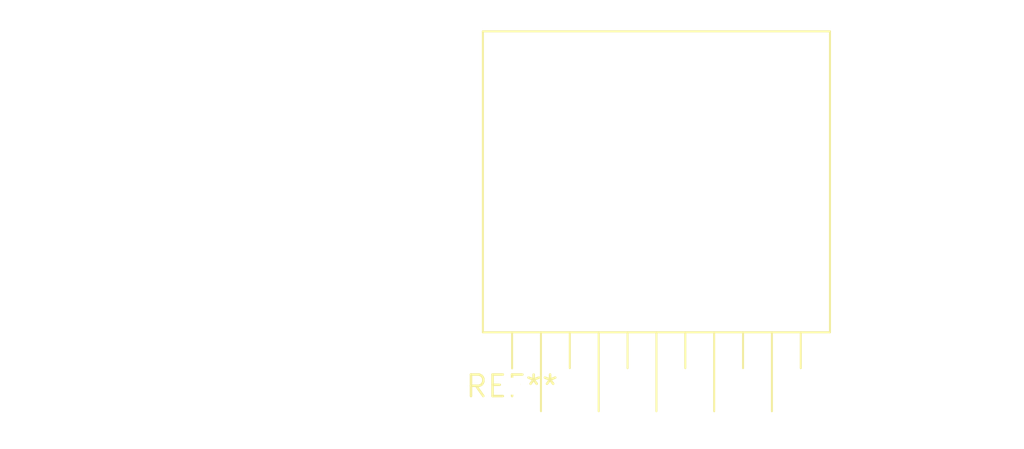
<source format=kicad_pcb>
(kicad_pcb (version 20240108) (generator pcbnew)
  (layers (0 "F.Cu" signal) (31 "B.Cu" signal) (34 "B.Paste" user) (35 "F.Paste" user) (36 "B.SilkS" user "B.Silkscreen") (37 "F.SilkS" user "F.Silkscreen") (38 "B.Mask" user) (39 "F.Mask" user) (44 "Edge.Cuts" user))
  (net 0 "")
  (footprint "TO-220-11_P3.4x2.54mm_StaggerEven_Lead5.84mm_TabDown" (layer "F.Cu") (at 0 0)
    (property "Reference" "REF**")
    (property "Value" "TO-220-11_P3.4x2.54mm_StaggerEven_Lead5.84mm_TabDown")
    (fp_line (start -1.72 -20.92) (end -1.72 -3.18) (layer "F.SilkS") (stroke (width 0.12)))
    (fp_line (start -1.72 -20.92) (end 18.72 -20.92) (layer "F.SilkS") (stroke (width 0.12)))
    (fp_line (start -1.72 -3.18) (end 18.72 -3.18) (layer "F.SilkS") (stroke (width 0.12)))
    (fp_line (start 0 -3.18) (end 0 -1.05) (layer "F.SilkS") (stroke (width 0.12)))
    (fp_line (start 1.7 -3.18) (end 1.7 1.475) (layer "F.SilkS") (stroke (width 0.12)))
    (fp_line (start 3.4 -3.18) (end 3.4 -1.066) (layer "F.SilkS") (stroke (width 0.12)))
    (fp_line (start 5.1 -3.18) (end 5.1 1.475) (layer "F.SilkS") (stroke (width 0.12)))
    (fp_line (start 6.8 -3.18) (end 6.8 -1.066) (layer "F.SilkS") (stroke (width 0.12)))
    (fp_line (start 8.5 -3.18) (end 8.5 1.475) (layer "F.SilkS") (stroke (width 0.12)))
    (fp_line (start 10.2 -3.18) (end 10.2 -1.066) (layer "F.SilkS") (stroke (width 0.12)))
    (fp_line (start 11.9 -3.18) (end 11.9 1.475) (layer "F.SilkS") (stroke (width 0.12)))
    (fp_line (start 13.6 -3.18) (end 13.6 -1.066) (layer "F.SilkS") (stroke (width 0.12)))
    (fp_line (start 15.3 -3.18) (end 15.3 1.475) (layer "F.SilkS") (stroke (width 0.12)))
    (fp_line (start 17 -3.18) (end 17 -1.066) (layer "F.SilkS") (stroke (width 0.12)))
    (fp_line (start 18.72 -20.92) (end 18.72 -3.18) (layer "F.SilkS") (stroke (width 0.12)))
    (pad "" np_thru_hole oval (at 8.5 -18) (size 3.5 3.5) (drill 3.5) (layers *.Cu *.Mask))
    (pad "1" thru_hole rect (at 0 0) (size 1.8 1.8) (drill 1) (layers *.Cu *.Mask) (remove_unused_layers))
    (pad "2" thru_hole oval (at 1.7 2.54) (size 1.8 1.8) (drill 1) (layers *.Cu *.Mask) (remove_unused_layers))
    (pad "3" thru_hole oval (at 3.4 0) (size 1.8 1.8) (drill 1) (layers *.Cu *.Mask) (remove_unused_layers))
    (pad "4" thru_hole oval (at 5.1 2.54) (size 1.8 1.8) (drill 1) (layers *.Cu *.Mask) (remove_unused_layers))
    (pad "5" thru_hole oval (at 6.8 0) (size 1.8 1.8) (drill 1) (layers *.Cu *.Mask) (remove_unused_layers))
    (pad "6" thru_hole oval (at 8.5 2.54) (size 1.8 1.8) (drill 1) (layers *.Cu *.Mask) (remove_unused_layers))
    (pad "7" thru_hole oval (at 10.2 0) (size 1.8 1.8) (drill 1) (layers *.Cu *.Mask) (remove_unused_layers))
    (pad "8" thru_hole oval (at 11.9 2.54) (size 1.8 1.8) (drill 1) (layers *.Cu *.Mask) (remove_unused_layers))
    (pad "9" thru_hole oval (at 13.6 0) (size 1.8 1.8) (drill 1) (layers *.Cu *.Mask) (remove_unused_layers))
    (pad "10" thru_hole oval (at 15.3 2.54) (size 1.8 1.8) (drill 1) (layers *.Cu *.Mask) (remove_unused_layers))
    (pad "11" thru_hole oval (at 17 0) (size 1.8 1.8) (drill 1) (layers *.Cu *.Mask) (remove_unused_layers))
  )
)
</source>
